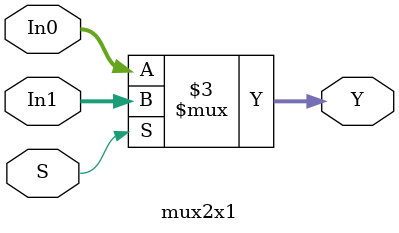
<source format=v>
`timescale 1ns / 1ps

module mux2x1(In0, In1, S, Y);

    input [7:0] In0, In1; //8 bit inputs
    input S;
    output reg [7:0] Y;
    
    always @ (In0, In1, S)
        begin
        if(S)
            begin
            Y = In1;
            end
        else
            begin
            Y = In0;
            end
        end

endmodule

</source>
